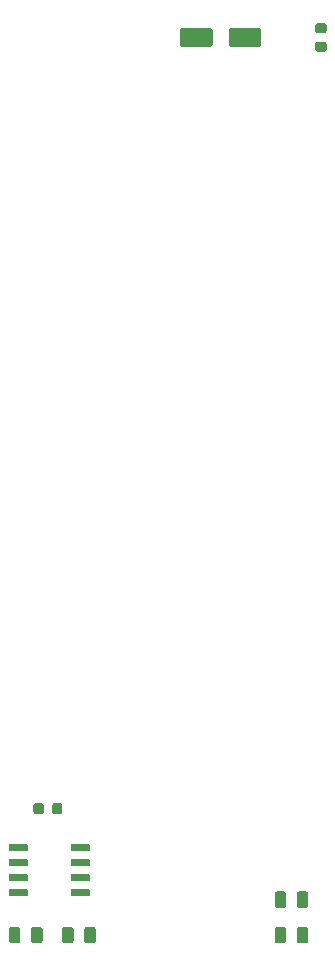
<source format=gbr>
G04 #@! TF.GenerationSoftware,KiCad,Pcbnew,(5.1.5-0-10_14)*
G04 #@! TF.CreationDate,2020-05-09T18:14:48-06:00*
G04 #@! TF.ProjectId,business-card-v3-programmer-board-pcb,62757369-6e65-4737-932d-636172642d76,rev?*
G04 #@! TF.SameCoordinates,Original*
G04 #@! TF.FileFunction,Paste,Top*
G04 #@! TF.FilePolarity,Positive*
%FSLAX46Y46*%
G04 Gerber Fmt 4.6, Leading zero omitted, Abs format (unit mm)*
G04 Created by KiCad (PCBNEW (5.1.5-0-10_14)) date 2020-05-09 18:14:48*
%MOMM*%
%LPD*%
G04 APERTURE LIST*
%ADD10C,0.100000*%
G04 APERTURE END LIST*
D10*
G36*
X134834691Y-145830053D02*
G01*
X134855926Y-145833203D01*
X134876750Y-145838419D01*
X134896962Y-145845651D01*
X134916368Y-145854830D01*
X134934781Y-145865866D01*
X134952024Y-145878654D01*
X134967930Y-145893070D01*
X134982346Y-145908976D01*
X134995134Y-145926219D01*
X135006170Y-145944632D01*
X135015349Y-145964038D01*
X135022581Y-145984250D01*
X135027797Y-146005074D01*
X135030947Y-146026309D01*
X135032000Y-146047750D01*
X135032000Y-146560250D01*
X135030947Y-146581691D01*
X135027797Y-146602926D01*
X135022581Y-146623750D01*
X135015349Y-146643962D01*
X135006170Y-146663368D01*
X134995134Y-146681781D01*
X134982346Y-146699024D01*
X134967930Y-146714930D01*
X134952024Y-146729346D01*
X134934781Y-146742134D01*
X134916368Y-146753170D01*
X134896962Y-146762349D01*
X134876750Y-146769581D01*
X134855926Y-146774797D01*
X134834691Y-146777947D01*
X134813250Y-146779000D01*
X134375750Y-146779000D01*
X134354309Y-146777947D01*
X134333074Y-146774797D01*
X134312250Y-146769581D01*
X134292038Y-146762349D01*
X134272632Y-146753170D01*
X134254219Y-146742134D01*
X134236976Y-146729346D01*
X134221070Y-146714930D01*
X134206654Y-146699024D01*
X134193866Y-146681781D01*
X134182830Y-146663368D01*
X134173651Y-146643962D01*
X134166419Y-146623750D01*
X134161203Y-146602926D01*
X134158053Y-146581691D01*
X134157000Y-146560250D01*
X134157000Y-146047750D01*
X134158053Y-146026309D01*
X134161203Y-146005074D01*
X134166419Y-145984250D01*
X134173651Y-145964038D01*
X134182830Y-145944632D01*
X134193866Y-145926219D01*
X134206654Y-145908976D01*
X134221070Y-145893070D01*
X134236976Y-145878654D01*
X134254219Y-145865866D01*
X134272632Y-145854830D01*
X134292038Y-145845651D01*
X134312250Y-145838419D01*
X134333074Y-145833203D01*
X134354309Y-145830053D01*
X134375750Y-145829000D01*
X134813250Y-145829000D01*
X134834691Y-145830053D01*
G37*
G36*
X136409691Y-145830053D02*
G01*
X136430926Y-145833203D01*
X136451750Y-145838419D01*
X136471962Y-145845651D01*
X136491368Y-145854830D01*
X136509781Y-145865866D01*
X136527024Y-145878654D01*
X136542930Y-145893070D01*
X136557346Y-145908976D01*
X136570134Y-145926219D01*
X136581170Y-145944632D01*
X136590349Y-145964038D01*
X136597581Y-145984250D01*
X136602797Y-146005074D01*
X136605947Y-146026309D01*
X136607000Y-146047750D01*
X136607000Y-146560250D01*
X136605947Y-146581691D01*
X136602797Y-146602926D01*
X136597581Y-146623750D01*
X136590349Y-146643962D01*
X136581170Y-146663368D01*
X136570134Y-146681781D01*
X136557346Y-146699024D01*
X136542930Y-146714930D01*
X136527024Y-146729346D01*
X136509781Y-146742134D01*
X136491368Y-146753170D01*
X136471962Y-146762349D01*
X136451750Y-146769581D01*
X136430926Y-146774797D01*
X136409691Y-146777947D01*
X136388250Y-146779000D01*
X135950750Y-146779000D01*
X135929309Y-146777947D01*
X135908074Y-146774797D01*
X135887250Y-146769581D01*
X135867038Y-146762349D01*
X135847632Y-146753170D01*
X135829219Y-146742134D01*
X135811976Y-146729346D01*
X135796070Y-146714930D01*
X135781654Y-146699024D01*
X135768866Y-146681781D01*
X135757830Y-146663368D01*
X135748651Y-146643962D01*
X135741419Y-146623750D01*
X135736203Y-146602926D01*
X135733053Y-146581691D01*
X135732000Y-146560250D01*
X135732000Y-146047750D01*
X135733053Y-146026309D01*
X135736203Y-146005074D01*
X135741419Y-145984250D01*
X135748651Y-145964038D01*
X135757830Y-145944632D01*
X135768866Y-145926219D01*
X135781654Y-145908976D01*
X135796070Y-145893070D01*
X135811976Y-145878654D01*
X135829219Y-145865866D01*
X135847632Y-145854830D01*
X135867038Y-145845651D01*
X135887250Y-145838419D01*
X135908074Y-145833203D01*
X135929309Y-145830053D01*
X135950750Y-145829000D01*
X136388250Y-145829000D01*
X136409691Y-145830053D01*
G37*
G36*
X155330142Y-153301174D02*
G01*
X155353803Y-153304684D01*
X155377007Y-153310496D01*
X155399529Y-153318554D01*
X155421153Y-153328782D01*
X155441670Y-153341079D01*
X155460883Y-153355329D01*
X155478607Y-153371393D01*
X155494671Y-153389117D01*
X155508921Y-153408330D01*
X155521218Y-153428847D01*
X155531446Y-153450471D01*
X155539504Y-153472993D01*
X155545316Y-153496197D01*
X155548826Y-153519858D01*
X155550000Y-153543750D01*
X155550000Y-154456250D01*
X155548826Y-154480142D01*
X155545316Y-154503803D01*
X155539504Y-154527007D01*
X155531446Y-154549529D01*
X155521218Y-154571153D01*
X155508921Y-154591670D01*
X155494671Y-154610883D01*
X155478607Y-154628607D01*
X155460883Y-154644671D01*
X155441670Y-154658921D01*
X155421153Y-154671218D01*
X155399529Y-154681446D01*
X155377007Y-154689504D01*
X155353803Y-154695316D01*
X155330142Y-154698826D01*
X155306250Y-154700000D01*
X154818750Y-154700000D01*
X154794858Y-154698826D01*
X154771197Y-154695316D01*
X154747993Y-154689504D01*
X154725471Y-154681446D01*
X154703847Y-154671218D01*
X154683330Y-154658921D01*
X154664117Y-154644671D01*
X154646393Y-154628607D01*
X154630329Y-154610883D01*
X154616079Y-154591670D01*
X154603782Y-154571153D01*
X154593554Y-154549529D01*
X154585496Y-154527007D01*
X154579684Y-154503803D01*
X154576174Y-154480142D01*
X154575000Y-154456250D01*
X154575000Y-153543750D01*
X154576174Y-153519858D01*
X154579684Y-153496197D01*
X154585496Y-153472993D01*
X154593554Y-153450471D01*
X154603782Y-153428847D01*
X154616079Y-153408330D01*
X154630329Y-153389117D01*
X154646393Y-153371393D01*
X154664117Y-153355329D01*
X154683330Y-153341079D01*
X154703847Y-153328782D01*
X154725471Y-153318554D01*
X154747993Y-153310496D01*
X154771197Y-153304684D01*
X154794858Y-153301174D01*
X154818750Y-153300000D01*
X155306250Y-153300000D01*
X155330142Y-153301174D01*
G37*
G36*
X157205142Y-153301174D02*
G01*
X157228803Y-153304684D01*
X157252007Y-153310496D01*
X157274529Y-153318554D01*
X157296153Y-153328782D01*
X157316670Y-153341079D01*
X157335883Y-153355329D01*
X157353607Y-153371393D01*
X157369671Y-153389117D01*
X157383921Y-153408330D01*
X157396218Y-153428847D01*
X157406446Y-153450471D01*
X157414504Y-153472993D01*
X157420316Y-153496197D01*
X157423826Y-153519858D01*
X157425000Y-153543750D01*
X157425000Y-154456250D01*
X157423826Y-154480142D01*
X157420316Y-154503803D01*
X157414504Y-154527007D01*
X157406446Y-154549529D01*
X157396218Y-154571153D01*
X157383921Y-154591670D01*
X157369671Y-154610883D01*
X157353607Y-154628607D01*
X157335883Y-154644671D01*
X157316670Y-154658921D01*
X157296153Y-154671218D01*
X157274529Y-154681446D01*
X157252007Y-154689504D01*
X157228803Y-154695316D01*
X157205142Y-154698826D01*
X157181250Y-154700000D01*
X156693750Y-154700000D01*
X156669858Y-154698826D01*
X156646197Y-154695316D01*
X156622993Y-154689504D01*
X156600471Y-154681446D01*
X156578847Y-154671218D01*
X156558330Y-154658921D01*
X156539117Y-154644671D01*
X156521393Y-154628607D01*
X156505329Y-154610883D01*
X156491079Y-154591670D01*
X156478782Y-154571153D01*
X156468554Y-154549529D01*
X156460496Y-154527007D01*
X156454684Y-154503803D01*
X156451174Y-154480142D01*
X156450000Y-154456250D01*
X156450000Y-153543750D01*
X156451174Y-153519858D01*
X156454684Y-153496197D01*
X156460496Y-153472993D01*
X156468554Y-153450471D01*
X156478782Y-153428847D01*
X156491079Y-153408330D01*
X156505329Y-153389117D01*
X156521393Y-153371393D01*
X156539117Y-153355329D01*
X156558330Y-153341079D01*
X156578847Y-153328782D01*
X156600471Y-153318554D01*
X156622993Y-153310496D01*
X156646197Y-153304684D01*
X156669858Y-153301174D01*
X156693750Y-153300000D01*
X157181250Y-153300000D01*
X157205142Y-153301174D01*
G37*
G36*
X157205142Y-156301174D02*
G01*
X157228803Y-156304684D01*
X157252007Y-156310496D01*
X157274529Y-156318554D01*
X157296153Y-156328782D01*
X157316670Y-156341079D01*
X157335883Y-156355329D01*
X157353607Y-156371393D01*
X157369671Y-156389117D01*
X157383921Y-156408330D01*
X157396218Y-156428847D01*
X157406446Y-156450471D01*
X157414504Y-156472993D01*
X157420316Y-156496197D01*
X157423826Y-156519858D01*
X157425000Y-156543750D01*
X157425000Y-157456250D01*
X157423826Y-157480142D01*
X157420316Y-157503803D01*
X157414504Y-157527007D01*
X157406446Y-157549529D01*
X157396218Y-157571153D01*
X157383921Y-157591670D01*
X157369671Y-157610883D01*
X157353607Y-157628607D01*
X157335883Y-157644671D01*
X157316670Y-157658921D01*
X157296153Y-157671218D01*
X157274529Y-157681446D01*
X157252007Y-157689504D01*
X157228803Y-157695316D01*
X157205142Y-157698826D01*
X157181250Y-157700000D01*
X156693750Y-157700000D01*
X156669858Y-157698826D01*
X156646197Y-157695316D01*
X156622993Y-157689504D01*
X156600471Y-157681446D01*
X156578847Y-157671218D01*
X156558330Y-157658921D01*
X156539117Y-157644671D01*
X156521393Y-157628607D01*
X156505329Y-157610883D01*
X156491079Y-157591670D01*
X156478782Y-157571153D01*
X156468554Y-157549529D01*
X156460496Y-157527007D01*
X156454684Y-157503803D01*
X156451174Y-157480142D01*
X156450000Y-157456250D01*
X156450000Y-156543750D01*
X156451174Y-156519858D01*
X156454684Y-156496197D01*
X156460496Y-156472993D01*
X156468554Y-156450471D01*
X156478782Y-156428847D01*
X156491079Y-156408330D01*
X156505329Y-156389117D01*
X156521393Y-156371393D01*
X156539117Y-156355329D01*
X156558330Y-156341079D01*
X156578847Y-156328782D01*
X156600471Y-156318554D01*
X156622993Y-156310496D01*
X156646197Y-156304684D01*
X156669858Y-156301174D01*
X156693750Y-156300000D01*
X157181250Y-156300000D01*
X157205142Y-156301174D01*
G37*
G36*
X155330142Y-156301174D02*
G01*
X155353803Y-156304684D01*
X155377007Y-156310496D01*
X155399529Y-156318554D01*
X155421153Y-156328782D01*
X155441670Y-156341079D01*
X155460883Y-156355329D01*
X155478607Y-156371393D01*
X155494671Y-156389117D01*
X155508921Y-156408330D01*
X155521218Y-156428847D01*
X155531446Y-156450471D01*
X155539504Y-156472993D01*
X155545316Y-156496197D01*
X155548826Y-156519858D01*
X155550000Y-156543750D01*
X155550000Y-157456250D01*
X155548826Y-157480142D01*
X155545316Y-157503803D01*
X155539504Y-157527007D01*
X155531446Y-157549529D01*
X155521218Y-157571153D01*
X155508921Y-157591670D01*
X155494671Y-157610883D01*
X155478607Y-157628607D01*
X155460883Y-157644671D01*
X155441670Y-157658921D01*
X155421153Y-157671218D01*
X155399529Y-157681446D01*
X155377007Y-157689504D01*
X155353803Y-157695316D01*
X155330142Y-157698826D01*
X155306250Y-157700000D01*
X154818750Y-157700000D01*
X154794858Y-157698826D01*
X154771197Y-157695316D01*
X154747993Y-157689504D01*
X154725471Y-157681446D01*
X154703847Y-157671218D01*
X154683330Y-157658921D01*
X154664117Y-157644671D01*
X154646393Y-157628607D01*
X154630329Y-157610883D01*
X154616079Y-157591670D01*
X154603782Y-157571153D01*
X154593554Y-157549529D01*
X154585496Y-157527007D01*
X154579684Y-157503803D01*
X154576174Y-157480142D01*
X154575000Y-157456250D01*
X154575000Y-156543750D01*
X154576174Y-156519858D01*
X154579684Y-156496197D01*
X154585496Y-156472993D01*
X154593554Y-156450471D01*
X154603782Y-156428847D01*
X154616079Y-156408330D01*
X154630329Y-156389117D01*
X154646393Y-156371393D01*
X154664117Y-156355329D01*
X154683330Y-156341079D01*
X154703847Y-156328782D01*
X154725471Y-156318554D01*
X154747993Y-156310496D01*
X154771197Y-156304684D01*
X154794858Y-156301174D01*
X154818750Y-156300000D01*
X155306250Y-156300000D01*
X155330142Y-156301174D01*
G37*
G36*
X138814703Y-149295722D02*
G01*
X138829264Y-149297882D01*
X138843543Y-149301459D01*
X138857403Y-149306418D01*
X138870710Y-149312712D01*
X138883336Y-149320280D01*
X138895159Y-149329048D01*
X138906066Y-149338934D01*
X138915952Y-149349841D01*
X138924720Y-149361664D01*
X138932288Y-149374290D01*
X138938582Y-149387597D01*
X138943541Y-149401457D01*
X138947118Y-149415736D01*
X138949278Y-149430297D01*
X138950000Y-149445000D01*
X138950000Y-149745000D01*
X138949278Y-149759703D01*
X138947118Y-149774264D01*
X138943541Y-149788543D01*
X138938582Y-149802403D01*
X138932288Y-149815710D01*
X138924720Y-149828336D01*
X138915952Y-149840159D01*
X138906066Y-149851066D01*
X138895159Y-149860952D01*
X138883336Y-149869720D01*
X138870710Y-149877288D01*
X138857403Y-149883582D01*
X138843543Y-149888541D01*
X138829264Y-149892118D01*
X138814703Y-149894278D01*
X138800000Y-149895000D01*
X137450000Y-149895000D01*
X137435297Y-149894278D01*
X137420736Y-149892118D01*
X137406457Y-149888541D01*
X137392597Y-149883582D01*
X137379290Y-149877288D01*
X137366664Y-149869720D01*
X137354841Y-149860952D01*
X137343934Y-149851066D01*
X137334048Y-149840159D01*
X137325280Y-149828336D01*
X137317712Y-149815710D01*
X137311418Y-149802403D01*
X137306459Y-149788543D01*
X137302882Y-149774264D01*
X137300722Y-149759703D01*
X137300000Y-149745000D01*
X137300000Y-149445000D01*
X137300722Y-149430297D01*
X137302882Y-149415736D01*
X137306459Y-149401457D01*
X137311418Y-149387597D01*
X137317712Y-149374290D01*
X137325280Y-149361664D01*
X137334048Y-149349841D01*
X137343934Y-149338934D01*
X137354841Y-149329048D01*
X137366664Y-149320280D01*
X137379290Y-149312712D01*
X137392597Y-149306418D01*
X137406457Y-149301459D01*
X137420736Y-149297882D01*
X137435297Y-149295722D01*
X137450000Y-149295000D01*
X138800000Y-149295000D01*
X138814703Y-149295722D01*
G37*
G36*
X138814703Y-150565722D02*
G01*
X138829264Y-150567882D01*
X138843543Y-150571459D01*
X138857403Y-150576418D01*
X138870710Y-150582712D01*
X138883336Y-150590280D01*
X138895159Y-150599048D01*
X138906066Y-150608934D01*
X138915952Y-150619841D01*
X138924720Y-150631664D01*
X138932288Y-150644290D01*
X138938582Y-150657597D01*
X138943541Y-150671457D01*
X138947118Y-150685736D01*
X138949278Y-150700297D01*
X138950000Y-150715000D01*
X138950000Y-151015000D01*
X138949278Y-151029703D01*
X138947118Y-151044264D01*
X138943541Y-151058543D01*
X138938582Y-151072403D01*
X138932288Y-151085710D01*
X138924720Y-151098336D01*
X138915952Y-151110159D01*
X138906066Y-151121066D01*
X138895159Y-151130952D01*
X138883336Y-151139720D01*
X138870710Y-151147288D01*
X138857403Y-151153582D01*
X138843543Y-151158541D01*
X138829264Y-151162118D01*
X138814703Y-151164278D01*
X138800000Y-151165000D01*
X137450000Y-151165000D01*
X137435297Y-151164278D01*
X137420736Y-151162118D01*
X137406457Y-151158541D01*
X137392597Y-151153582D01*
X137379290Y-151147288D01*
X137366664Y-151139720D01*
X137354841Y-151130952D01*
X137343934Y-151121066D01*
X137334048Y-151110159D01*
X137325280Y-151098336D01*
X137317712Y-151085710D01*
X137311418Y-151072403D01*
X137306459Y-151058543D01*
X137302882Y-151044264D01*
X137300722Y-151029703D01*
X137300000Y-151015000D01*
X137300000Y-150715000D01*
X137300722Y-150700297D01*
X137302882Y-150685736D01*
X137306459Y-150671457D01*
X137311418Y-150657597D01*
X137317712Y-150644290D01*
X137325280Y-150631664D01*
X137334048Y-150619841D01*
X137343934Y-150608934D01*
X137354841Y-150599048D01*
X137366664Y-150590280D01*
X137379290Y-150582712D01*
X137392597Y-150576418D01*
X137406457Y-150571459D01*
X137420736Y-150567882D01*
X137435297Y-150565722D01*
X137450000Y-150565000D01*
X138800000Y-150565000D01*
X138814703Y-150565722D01*
G37*
G36*
X138814703Y-151835722D02*
G01*
X138829264Y-151837882D01*
X138843543Y-151841459D01*
X138857403Y-151846418D01*
X138870710Y-151852712D01*
X138883336Y-151860280D01*
X138895159Y-151869048D01*
X138906066Y-151878934D01*
X138915952Y-151889841D01*
X138924720Y-151901664D01*
X138932288Y-151914290D01*
X138938582Y-151927597D01*
X138943541Y-151941457D01*
X138947118Y-151955736D01*
X138949278Y-151970297D01*
X138950000Y-151985000D01*
X138950000Y-152285000D01*
X138949278Y-152299703D01*
X138947118Y-152314264D01*
X138943541Y-152328543D01*
X138938582Y-152342403D01*
X138932288Y-152355710D01*
X138924720Y-152368336D01*
X138915952Y-152380159D01*
X138906066Y-152391066D01*
X138895159Y-152400952D01*
X138883336Y-152409720D01*
X138870710Y-152417288D01*
X138857403Y-152423582D01*
X138843543Y-152428541D01*
X138829264Y-152432118D01*
X138814703Y-152434278D01*
X138800000Y-152435000D01*
X137450000Y-152435000D01*
X137435297Y-152434278D01*
X137420736Y-152432118D01*
X137406457Y-152428541D01*
X137392597Y-152423582D01*
X137379290Y-152417288D01*
X137366664Y-152409720D01*
X137354841Y-152400952D01*
X137343934Y-152391066D01*
X137334048Y-152380159D01*
X137325280Y-152368336D01*
X137317712Y-152355710D01*
X137311418Y-152342403D01*
X137306459Y-152328543D01*
X137302882Y-152314264D01*
X137300722Y-152299703D01*
X137300000Y-152285000D01*
X137300000Y-151985000D01*
X137300722Y-151970297D01*
X137302882Y-151955736D01*
X137306459Y-151941457D01*
X137311418Y-151927597D01*
X137317712Y-151914290D01*
X137325280Y-151901664D01*
X137334048Y-151889841D01*
X137343934Y-151878934D01*
X137354841Y-151869048D01*
X137366664Y-151860280D01*
X137379290Y-151852712D01*
X137392597Y-151846418D01*
X137406457Y-151841459D01*
X137420736Y-151837882D01*
X137435297Y-151835722D01*
X137450000Y-151835000D01*
X138800000Y-151835000D01*
X138814703Y-151835722D01*
G37*
G36*
X138814703Y-153105722D02*
G01*
X138829264Y-153107882D01*
X138843543Y-153111459D01*
X138857403Y-153116418D01*
X138870710Y-153122712D01*
X138883336Y-153130280D01*
X138895159Y-153139048D01*
X138906066Y-153148934D01*
X138915952Y-153159841D01*
X138924720Y-153171664D01*
X138932288Y-153184290D01*
X138938582Y-153197597D01*
X138943541Y-153211457D01*
X138947118Y-153225736D01*
X138949278Y-153240297D01*
X138950000Y-153255000D01*
X138950000Y-153555000D01*
X138949278Y-153569703D01*
X138947118Y-153584264D01*
X138943541Y-153598543D01*
X138938582Y-153612403D01*
X138932288Y-153625710D01*
X138924720Y-153638336D01*
X138915952Y-153650159D01*
X138906066Y-153661066D01*
X138895159Y-153670952D01*
X138883336Y-153679720D01*
X138870710Y-153687288D01*
X138857403Y-153693582D01*
X138843543Y-153698541D01*
X138829264Y-153702118D01*
X138814703Y-153704278D01*
X138800000Y-153705000D01*
X137450000Y-153705000D01*
X137435297Y-153704278D01*
X137420736Y-153702118D01*
X137406457Y-153698541D01*
X137392597Y-153693582D01*
X137379290Y-153687288D01*
X137366664Y-153679720D01*
X137354841Y-153670952D01*
X137343934Y-153661066D01*
X137334048Y-153650159D01*
X137325280Y-153638336D01*
X137317712Y-153625710D01*
X137311418Y-153612403D01*
X137306459Y-153598543D01*
X137302882Y-153584264D01*
X137300722Y-153569703D01*
X137300000Y-153555000D01*
X137300000Y-153255000D01*
X137300722Y-153240297D01*
X137302882Y-153225736D01*
X137306459Y-153211457D01*
X137311418Y-153197597D01*
X137317712Y-153184290D01*
X137325280Y-153171664D01*
X137334048Y-153159841D01*
X137343934Y-153148934D01*
X137354841Y-153139048D01*
X137366664Y-153130280D01*
X137379290Y-153122712D01*
X137392597Y-153116418D01*
X137406457Y-153111459D01*
X137420736Y-153107882D01*
X137435297Y-153105722D01*
X137450000Y-153105000D01*
X138800000Y-153105000D01*
X138814703Y-153105722D01*
G37*
G36*
X133564703Y-153105722D02*
G01*
X133579264Y-153107882D01*
X133593543Y-153111459D01*
X133607403Y-153116418D01*
X133620710Y-153122712D01*
X133633336Y-153130280D01*
X133645159Y-153139048D01*
X133656066Y-153148934D01*
X133665952Y-153159841D01*
X133674720Y-153171664D01*
X133682288Y-153184290D01*
X133688582Y-153197597D01*
X133693541Y-153211457D01*
X133697118Y-153225736D01*
X133699278Y-153240297D01*
X133700000Y-153255000D01*
X133700000Y-153555000D01*
X133699278Y-153569703D01*
X133697118Y-153584264D01*
X133693541Y-153598543D01*
X133688582Y-153612403D01*
X133682288Y-153625710D01*
X133674720Y-153638336D01*
X133665952Y-153650159D01*
X133656066Y-153661066D01*
X133645159Y-153670952D01*
X133633336Y-153679720D01*
X133620710Y-153687288D01*
X133607403Y-153693582D01*
X133593543Y-153698541D01*
X133579264Y-153702118D01*
X133564703Y-153704278D01*
X133550000Y-153705000D01*
X132200000Y-153705000D01*
X132185297Y-153704278D01*
X132170736Y-153702118D01*
X132156457Y-153698541D01*
X132142597Y-153693582D01*
X132129290Y-153687288D01*
X132116664Y-153679720D01*
X132104841Y-153670952D01*
X132093934Y-153661066D01*
X132084048Y-153650159D01*
X132075280Y-153638336D01*
X132067712Y-153625710D01*
X132061418Y-153612403D01*
X132056459Y-153598543D01*
X132052882Y-153584264D01*
X132050722Y-153569703D01*
X132050000Y-153555000D01*
X132050000Y-153255000D01*
X132050722Y-153240297D01*
X132052882Y-153225736D01*
X132056459Y-153211457D01*
X132061418Y-153197597D01*
X132067712Y-153184290D01*
X132075280Y-153171664D01*
X132084048Y-153159841D01*
X132093934Y-153148934D01*
X132104841Y-153139048D01*
X132116664Y-153130280D01*
X132129290Y-153122712D01*
X132142597Y-153116418D01*
X132156457Y-153111459D01*
X132170736Y-153107882D01*
X132185297Y-153105722D01*
X132200000Y-153105000D01*
X133550000Y-153105000D01*
X133564703Y-153105722D01*
G37*
G36*
X133564703Y-151835722D02*
G01*
X133579264Y-151837882D01*
X133593543Y-151841459D01*
X133607403Y-151846418D01*
X133620710Y-151852712D01*
X133633336Y-151860280D01*
X133645159Y-151869048D01*
X133656066Y-151878934D01*
X133665952Y-151889841D01*
X133674720Y-151901664D01*
X133682288Y-151914290D01*
X133688582Y-151927597D01*
X133693541Y-151941457D01*
X133697118Y-151955736D01*
X133699278Y-151970297D01*
X133700000Y-151985000D01*
X133700000Y-152285000D01*
X133699278Y-152299703D01*
X133697118Y-152314264D01*
X133693541Y-152328543D01*
X133688582Y-152342403D01*
X133682288Y-152355710D01*
X133674720Y-152368336D01*
X133665952Y-152380159D01*
X133656066Y-152391066D01*
X133645159Y-152400952D01*
X133633336Y-152409720D01*
X133620710Y-152417288D01*
X133607403Y-152423582D01*
X133593543Y-152428541D01*
X133579264Y-152432118D01*
X133564703Y-152434278D01*
X133550000Y-152435000D01*
X132200000Y-152435000D01*
X132185297Y-152434278D01*
X132170736Y-152432118D01*
X132156457Y-152428541D01*
X132142597Y-152423582D01*
X132129290Y-152417288D01*
X132116664Y-152409720D01*
X132104841Y-152400952D01*
X132093934Y-152391066D01*
X132084048Y-152380159D01*
X132075280Y-152368336D01*
X132067712Y-152355710D01*
X132061418Y-152342403D01*
X132056459Y-152328543D01*
X132052882Y-152314264D01*
X132050722Y-152299703D01*
X132050000Y-152285000D01*
X132050000Y-151985000D01*
X132050722Y-151970297D01*
X132052882Y-151955736D01*
X132056459Y-151941457D01*
X132061418Y-151927597D01*
X132067712Y-151914290D01*
X132075280Y-151901664D01*
X132084048Y-151889841D01*
X132093934Y-151878934D01*
X132104841Y-151869048D01*
X132116664Y-151860280D01*
X132129290Y-151852712D01*
X132142597Y-151846418D01*
X132156457Y-151841459D01*
X132170736Y-151837882D01*
X132185297Y-151835722D01*
X132200000Y-151835000D01*
X133550000Y-151835000D01*
X133564703Y-151835722D01*
G37*
G36*
X133564703Y-150565722D02*
G01*
X133579264Y-150567882D01*
X133593543Y-150571459D01*
X133607403Y-150576418D01*
X133620710Y-150582712D01*
X133633336Y-150590280D01*
X133645159Y-150599048D01*
X133656066Y-150608934D01*
X133665952Y-150619841D01*
X133674720Y-150631664D01*
X133682288Y-150644290D01*
X133688582Y-150657597D01*
X133693541Y-150671457D01*
X133697118Y-150685736D01*
X133699278Y-150700297D01*
X133700000Y-150715000D01*
X133700000Y-151015000D01*
X133699278Y-151029703D01*
X133697118Y-151044264D01*
X133693541Y-151058543D01*
X133688582Y-151072403D01*
X133682288Y-151085710D01*
X133674720Y-151098336D01*
X133665952Y-151110159D01*
X133656066Y-151121066D01*
X133645159Y-151130952D01*
X133633336Y-151139720D01*
X133620710Y-151147288D01*
X133607403Y-151153582D01*
X133593543Y-151158541D01*
X133579264Y-151162118D01*
X133564703Y-151164278D01*
X133550000Y-151165000D01*
X132200000Y-151165000D01*
X132185297Y-151164278D01*
X132170736Y-151162118D01*
X132156457Y-151158541D01*
X132142597Y-151153582D01*
X132129290Y-151147288D01*
X132116664Y-151139720D01*
X132104841Y-151130952D01*
X132093934Y-151121066D01*
X132084048Y-151110159D01*
X132075280Y-151098336D01*
X132067712Y-151085710D01*
X132061418Y-151072403D01*
X132056459Y-151058543D01*
X132052882Y-151044264D01*
X132050722Y-151029703D01*
X132050000Y-151015000D01*
X132050000Y-150715000D01*
X132050722Y-150700297D01*
X132052882Y-150685736D01*
X132056459Y-150671457D01*
X132061418Y-150657597D01*
X132067712Y-150644290D01*
X132075280Y-150631664D01*
X132084048Y-150619841D01*
X132093934Y-150608934D01*
X132104841Y-150599048D01*
X132116664Y-150590280D01*
X132129290Y-150582712D01*
X132142597Y-150576418D01*
X132156457Y-150571459D01*
X132170736Y-150567882D01*
X132185297Y-150565722D01*
X132200000Y-150565000D01*
X133550000Y-150565000D01*
X133564703Y-150565722D01*
G37*
G36*
X133564703Y-149295722D02*
G01*
X133579264Y-149297882D01*
X133593543Y-149301459D01*
X133607403Y-149306418D01*
X133620710Y-149312712D01*
X133633336Y-149320280D01*
X133645159Y-149329048D01*
X133656066Y-149338934D01*
X133665952Y-149349841D01*
X133674720Y-149361664D01*
X133682288Y-149374290D01*
X133688582Y-149387597D01*
X133693541Y-149401457D01*
X133697118Y-149415736D01*
X133699278Y-149430297D01*
X133700000Y-149445000D01*
X133700000Y-149745000D01*
X133699278Y-149759703D01*
X133697118Y-149774264D01*
X133693541Y-149788543D01*
X133688582Y-149802403D01*
X133682288Y-149815710D01*
X133674720Y-149828336D01*
X133665952Y-149840159D01*
X133656066Y-149851066D01*
X133645159Y-149860952D01*
X133633336Y-149869720D01*
X133620710Y-149877288D01*
X133607403Y-149883582D01*
X133593543Y-149888541D01*
X133579264Y-149892118D01*
X133564703Y-149894278D01*
X133550000Y-149895000D01*
X132200000Y-149895000D01*
X132185297Y-149894278D01*
X132170736Y-149892118D01*
X132156457Y-149888541D01*
X132142597Y-149883582D01*
X132129290Y-149877288D01*
X132116664Y-149869720D01*
X132104841Y-149860952D01*
X132093934Y-149851066D01*
X132084048Y-149840159D01*
X132075280Y-149828336D01*
X132067712Y-149815710D01*
X132061418Y-149802403D01*
X132056459Y-149788543D01*
X132052882Y-149774264D01*
X132050722Y-149759703D01*
X132050000Y-149745000D01*
X132050000Y-149445000D01*
X132050722Y-149430297D01*
X132052882Y-149415736D01*
X132056459Y-149401457D01*
X132061418Y-149387597D01*
X132067712Y-149374290D01*
X132075280Y-149361664D01*
X132084048Y-149349841D01*
X132093934Y-149338934D01*
X132104841Y-149329048D01*
X132116664Y-149320280D01*
X132129290Y-149312712D01*
X132142597Y-149306418D01*
X132156457Y-149301459D01*
X132170736Y-149297882D01*
X132185297Y-149295722D01*
X132200000Y-149295000D01*
X133550000Y-149295000D01*
X133564703Y-149295722D01*
G37*
G36*
X134705142Y-156301174D02*
G01*
X134728803Y-156304684D01*
X134752007Y-156310496D01*
X134774529Y-156318554D01*
X134796153Y-156328782D01*
X134816670Y-156341079D01*
X134835883Y-156355329D01*
X134853607Y-156371393D01*
X134869671Y-156389117D01*
X134883921Y-156408330D01*
X134896218Y-156428847D01*
X134906446Y-156450471D01*
X134914504Y-156472993D01*
X134920316Y-156496197D01*
X134923826Y-156519858D01*
X134925000Y-156543750D01*
X134925000Y-157456250D01*
X134923826Y-157480142D01*
X134920316Y-157503803D01*
X134914504Y-157527007D01*
X134906446Y-157549529D01*
X134896218Y-157571153D01*
X134883921Y-157591670D01*
X134869671Y-157610883D01*
X134853607Y-157628607D01*
X134835883Y-157644671D01*
X134816670Y-157658921D01*
X134796153Y-157671218D01*
X134774529Y-157681446D01*
X134752007Y-157689504D01*
X134728803Y-157695316D01*
X134705142Y-157698826D01*
X134681250Y-157700000D01*
X134193750Y-157700000D01*
X134169858Y-157698826D01*
X134146197Y-157695316D01*
X134122993Y-157689504D01*
X134100471Y-157681446D01*
X134078847Y-157671218D01*
X134058330Y-157658921D01*
X134039117Y-157644671D01*
X134021393Y-157628607D01*
X134005329Y-157610883D01*
X133991079Y-157591670D01*
X133978782Y-157571153D01*
X133968554Y-157549529D01*
X133960496Y-157527007D01*
X133954684Y-157503803D01*
X133951174Y-157480142D01*
X133950000Y-157456250D01*
X133950000Y-156543750D01*
X133951174Y-156519858D01*
X133954684Y-156496197D01*
X133960496Y-156472993D01*
X133968554Y-156450471D01*
X133978782Y-156428847D01*
X133991079Y-156408330D01*
X134005329Y-156389117D01*
X134021393Y-156371393D01*
X134039117Y-156355329D01*
X134058330Y-156341079D01*
X134078847Y-156328782D01*
X134100471Y-156318554D01*
X134122993Y-156310496D01*
X134146197Y-156304684D01*
X134169858Y-156301174D01*
X134193750Y-156300000D01*
X134681250Y-156300000D01*
X134705142Y-156301174D01*
G37*
G36*
X132830142Y-156301174D02*
G01*
X132853803Y-156304684D01*
X132877007Y-156310496D01*
X132899529Y-156318554D01*
X132921153Y-156328782D01*
X132941670Y-156341079D01*
X132960883Y-156355329D01*
X132978607Y-156371393D01*
X132994671Y-156389117D01*
X133008921Y-156408330D01*
X133021218Y-156428847D01*
X133031446Y-156450471D01*
X133039504Y-156472993D01*
X133045316Y-156496197D01*
X133048826Y-156519858D01*
X133050000Y-156543750D01*
X133050000Y-157456250D01*
X133048826Y-157480142D01*
X133045316Y-157503803D01*
X133039504Y-157527007D01*
X133031446Y-157549529D01*
X133021218Y-157571153D01*
X133008921Y-157591670D01*
X132994671Y-157610883D01*
X132978607Y-157628607D01*
X132960883Y-157644671D01*
X132941670Y-157658921D01*
X132921153Y-157671218D01*
X132899529Y-157681446D01*
X132877007Y-157689504D01*
X132853803Y-157695316D01*
X132830142Y-157698826D01*
X132806250Y-157700000D01*
X132318750Y-157700000D01*
X132294858Y-157698826D01*
X132271197Y-157695316D01*
X132247993Y-157689504D01*
X132225471Y-157681446D01*
X132203847Y-157671218D01*
X132183330Y-157658921D01*
X132164117Y-157644671D01*
X132146393Y-157628607D01*
X132130329Y-157610883D01*
X132116079Y-157591670D01*
X132103782Y-157571153D01*
X132093554Y-157549529D01*
X132085496Y-157527007D01*
X132079684Y-157503803D01*
X132076174Y-157480142D01*
X132075000Y-157456250D01*
X132075000Y-156543750D01*
X132076174Y-156519858D01*
X132079684Y-156496197D01*
X132085496Y-156472993D01*
X132093554Y-156450471D01*
X132103782Y-156428847D01*
X132116079Y-156408330D01*
X132130329Y-156389117D01*
X132146393Y-156371393D01*
X132164117Y-156355329D01*
X132183330Y-156341079D01*
X132203847Y-156328782D01*
X132225471Y-156318554D01*
X132247993Y-156310496D01*
X132271197Y-156304684D01*
X132294858Y-156301174D01*
X132318750Y-156300000D01*
X132806250Y-156300000D01*
X132830142Y-156301174D01*
G37*
G36*
X139205142Y-156301174D02*
G01*
X139228803Y-156304684D01*
X139252007Y-156310496D01*
X139274529Y-156318554D01*
X139296153Y-156328782D01*
X139316670Y-156341079D01*
X139335883Y-156355329D01*
X139353607Y-156371393D01*
X139369671Y-156389117D01*
X139383921Y-156408330D01*
X139396218Y-156428847D01*
X139406446Y-156450471D01*
X139414504Y-156472993D01*
X139420316Y-156496197D01*
X139423826Y-156519858D01*
X139425000Y-156543750D01*
X139425000Y-157456250D01*
X139423826Y-157480142D01*
X139420316Y-157503803D01*
X139414504Y-157527007D01*
X139406446Y-157549529D01*
X139396218Y-157571153D01*
X139383921Y-157591670D01*
X139369671Y-157610883D01*
X139353607Y-157628607D01*
X139335883Y-157644671D01*
X139316670Y-157658921D01*
X139296153Y-157671218D01*
X139274529Y-157681446D01*
X139252007Y-157689504D01*
X139228803Y-157695316D01*
X139205142Y-157698826D01*
X139181250Y-157700000D01*
X138693750Y-157700000D01*
X138669858Y-157698826D01*
X138646197Y-157695316D01*
X138622993Y-157689504D01*
X138600471Y-157681446D01*
X138578847Y-157671218D01*
X138558330Y-157658921D01*
X138539117Y-157644671D01*
X138521393Y-157628607D01*
X138505329Y-157610883D01*
X138491079Y-157591670D01*
X138478782Y-157571153D01*
X138468554Y-157549529D01*
X138460496Y-157527007D01*
X138454684Y-157503803D01*
X138451174Y-157480142D01*
X138450000Y-157456250D01*
X138450000Y-156543750D01*
X138451174Y-156519858D01*
X138454684Y-156496197D01*
X138460496Y-156472993D01*
X138468554Y-156450471D01*
X138478782Y-156428847D01*
X138491079Y-156408330D01*
X138505329Y-156389117D01*
X138521393Y-156371393D01*
X138539117Y-156355329D01*
X138558330Y-156341079D01*
X138578847Y-156328782D01*
X138600471Y-156318554D01*
X138622993Y-156310496D01*
X138646197Y-156304684D01*
X138669858Y-156301174D01*
X138693750Y-156300000D01*
X139181250Y-156300000D01*
X139205142Y-156301174D01*
G37*
G36*
X137330142Y-156301174D02*
G01*
X137353803Y-156304684D01*
X137377007Y-156310496D01*
X137399529Y-156318554D01*
X137421153Y-156328782D01*
X137441670Y-156341079D01*
X137460883Y-156355329D01*
X137478607Y-156371393D01*
X137494671Y-156389117D01*
X137508921Y-156408330D01*
X137521218Y-156428847D01*
X137531446Y-156450471D01*
X137539504Y-156472993D01*
X137545316Y-156496197D01*
X137548826Y-156519858D01*
X137550000Y-156543750D01*
X137550000Y-157456250D01*
X137548826Y-157480142D01*
X137545316Y-157503803D01*
X137539504Y-157527007D01*
X137531446Y-157549529D01*
X137521218Y-157571153D01*
X137508921Y-157591670D01*
X137494671Y-157610883D01*
X137478607Y-157628607D01*
X137460883Y-157644671D01*
X137441670Y-157658921D01*
X137421153Y-157671218D01*
X137399529Y-157681446D01*
X137377007Y-157689504D01*
X137353803Y-157695316D01*
X137330142Y-157698826D01*
X137306250Y-157700000D01*
X136818750Y-157700000D01*
X136794858Y-157698826D01*
X136771197Y-157695316D01*
X136747993Y-157689504D01*
X136725471Y-157681446D01*
X136703847Y-157671218D01*
X136683330Y-157658921D01*
X136664117Y-157644671D01*
X136646393Y-157628607D01*
X136630329Y-157610883D01*
X136616079Y-157591670D01*
X136603782Y-157571153D01*
X136593554Y-157549529D01*
X136585496Y-157527007D01*
X136579684Y-157503803D01*
X136576174Y-157480142D01*
X136575000Y-157456250D01*
X136575000Y-156543750D01*
X136576174Y-156519858D01*
X136579684Y-156496197D01*
X136585496Y-156472993D01*
X136593554Y-156450471D01*
X136603782Y-156428847D01*
X136616079Y-156408330D01*
X136630329Y-156389117D01*
X136646393Y-156371393D01*
X136664117Y-156355329D01*
X136683330Y-156341079D01*
X136703847Y-156328782D01*
X136725471Y-156318554D01*
X136747993Y-156310496D01*
X136771197Y-156304684D01*
X136794858Y-156301174D01*
X136818750Y-156300000D01*
X137306250Y-156300000D01*
X137330142Y-156301174D01*
G37*
G36*
X158777691Y-81351053D02*
G01*
X158798926Y-81354203D01*
X158819750Y-81359419D01*
X158839962Y-81366651D01*
X158859368Y-81375830D01*
X158877781Y-81386866D01*
X158895024Y-81399654D01*
X158910930Y-81414070D01*
X158925346Y-81429976D01*
X158938134Y-81447219D01*
X158949170Y-81465632D01*
X158958349Y-81485038D01*
X158965581Y-81505250D01*
X158970797Y-81526074D01*
X158973947Y-81547309D01*
X158975000Y-81568750D01*
X158975000Y-82006250D01*
X158973947Y-82027691D01*
X158970797Y-82048926D01*
X158965581Y-82069750D01*
X158958349Y-82089962D01*
X158949170Y-82109368D01*
X158938134Y-82127781D01*
X158925346Y-82145024D01*
X158910930Y-82160930D01*
X158895024Y-82175346D01*
X158877781Y-82188134D01*
X158859368Y-82199170D01*
X158839962Y-82208349D01*
X158819750Y-82215581D01*
X158798926Y-82220797D01*
X158777691Y-82223947D01*
X158756250Y-82225000D01*
X158243750Y-82225000D01*
X158222309Y-82223947D01*
X158201074Y-82220797D01*
X158180250Y-82215581D01*
X158160038Y-82208349D01*
X158140632Y-82199170D01*
X158122219Y-82188134D01*
X158104976Y-82175346D01*
X158089070Y-82160930D01*
X158074654Y-82145024D01*
X158061866Y-82127781D01*
X158050830Y-82109368D01*
X158041651Y-82089962D01*
X158034419Y-82069750D01*
X158029203Y-82048926D01*
X158026053Y-82027691D01*
X158025000Y-82006250D01*
X158025000Y-81568750D01*
X158026053Y-81547309D01*
X158029203Y-81526074D01*
X158034419Y-81505250D01*
X158041651Y-81485038D01*
X158050830Y-81465632D01*
X158061866Y-81447219D01*
X158074654Y-81429976D01*
X158089070Y-81414070D01*
X158104976Y-81399654D01*
X158122219Y-81386866D01*
X158140632Y-81375830D01*
X158160038Y-81366651D01*
X158180250Y-81359419D01*
X158201074Y-81354203D01*
X158222309Y-81351053D01*
X158243750Y-81350000D01*
X158756250Y-81350000D01*
X158777691Y-81351053D01*
G37*
G36*
X158777691Y-79776053D02*
G01*
X158798926Y-79779203D01*
X158819750Y-79784419D01*
X158839962Y-79791651D01*
X158859368Y-79800830D01*
X158877781Y-79811866D01*
X158895024Y-79824654D01*
X158910930Y-79839070D01*
X158925346Y-79854976D01*
X158938134Y-79872219D01*
X158949170Y-79890632D01*
X158958349Y-79910038D01*
X158965581Y-79930250D01*
X158970797Y-79951074D01*
X158973947Y-79972309D01*
X158975000Y-79993750D01*
X158975000Y-80431250D01*
X158973947Y-80452691D01*
X158970797Y-80473926D01*
X158965581Y-80494750D01*
X158958349Y-80514962D01*
X158949170Y-80534368D01*
X158938134Y-80552781D01*
X158925346Y-80570024D01*
X158910930Y-80585930D01*
X158895024Y-80600346D01*
X158877781Y-80613134D01*
X158859368Y-80624170D01*
X158839962Y-80633349D01*
X158819750Y-80640581D01*
X158798926Y-80645797D01*
X158777691Y-80648947D01*
X158756250Y-80650000D01*
X158243750Y-80650000D01*
X158222309Y-80648947D01*
X158201074Y-80645797D01*
X158180250Y-80640581D01*
X158160038Y-80633349D01*
X158140632Y-80624170D01*
X158122219Y-80613134D01*
X158104976Y-80600346D01*
X158089070Y-80585930D01*
X158074654Y-80570024D01*
X158061866Y-80552781D01*
X158050830Y-80534368D01*
X158041651Y-80514962D01*
X158034419Y-80494750D01*
X158029203Y-80473926D01*
X158026053Y-80452691D01*
X158025000Y-80431250D01*
X158025000Y-79993750D01*
X158026053Y-79972309D01*
X158029203Y-79951074D01*
X158034419Y-79930250D01*
X158041651Y-79910038D01*
X158050830Y-79890632D01*
X158061866Y-79872219D01*
X158074654Y-79854976D01*
X158089070Y-79839070D01*
X158104976Y-79824654D01*
X158122219Y-79811866D01*
X158140632Y-79800830D01*
X158160038Y-79791651D01*
X158180250Y-79784419D01*
X158201074Y-79779203D01*
X158222309Y-79776053D01*
X158243750Y-79775000D01*
X158756250Y-79775000D01*
X158777691Y-79776053D01*
G37*
G36*
X153224504Y-80201204D02*
G01*
X153248773Y-80204804D01*
X153272571Y-80210765D01*
X153295671Y-80219030D01*
X153317849Y-80229520D01*
X153338893Y-80242133D01*
X153358598Y-80256747D01*
X153376777Y-80273223D01*
X153393253Y-80291402D01*
X153407867Y-80311107D01*
X153420480Y-80332151D01*
X153430970Y-80354329D01*
X153439235Y-80377429D01*
X153445196Y-80401227D01*
X153448796Y-80425496D01*
X153450000Y-80450000D01*
X153450000Y-81550000D01*
X153448796Y-81574504D01*
X153445196Y-81598773D01*
X153439235Y-81622571D01*
X153430970Y-81645671D01*
X153420480Y-81667849D01*
X153407867Y-81688893D01*
X153393253Y-81708598D01*
X153376777Y-81726777D01*
X153358598Y-81743253D01*
X153338893Y-81757867D01*
X153317849Y-81770480D01*
X153295671Y-81780970D01*
X153272571Y-81789235D01*
X153248773Y-81795196D01*
X153224504Y-81798796D01*
X153200000Y-81800000D01*
X150925000Y-81800000D01*
X150900496Y-81798796D01*
X150876227Y-81795196D01*
X150852429Y-81789235D01*
X150829329Y-81780970D01*
X150807151Y-81770480D01*
X150786107Y-81757867D01*
X150766402Y-81743253D01*
X150748223Y-81726777D01*
X150731747Y-81708598D01*
X150717133Y-81688893D01*
X150704520Y-81667849D01*
X150694030Y-81645671D01*
X150685765Y-81622571D01*
X150679804Y-81598773D01*
X150676204Y-81574504D01*
X150675000Y-81550000D01*
X150675000Y-80450000D01*
X150676204Y-80425496D01*
X150679804Y-80401227D01*
X150685765Y-80377429D01*
X150694030Y-80354329D01*
X150704520Y-80332151D01*
X150717133Y-80311107D01*
X150731747Y-80291402D01*
X150748223Y-80273223D01*
X150766402Y-80256747D01*
X150786107Y-80242133D01*
X150807151Y-80229520D01*
X150829329Y-80219030D01*
X150852429Y-80210765D01*
X150876227Y-80204804D01*
X150900496Y-80201204D01*
X150925000Y-80200000D01*
X153200000Y-80200000D01*
X153224504Y-80201204D01*
G37*
G36*
X149099504Y-80201204D02*
G01*
X149123773Y-80204804D01*
X149147571Y-80210765D01*
X149170671Y-80219030D01*
X149192849Y-80229520D01*
X149213893Y-80242133D01*
X149233598Y-80256747D01*
X149251777Y-80273223D01*
X149268253Y-80291402D01*
X149282867Y-80311107D01*
X149295480Y-80332151D01*
X149305970Y-80354329D01*
X149314235Y-80377429D01*
X149320196Y-80401227D01*
X149323796Y-80425496D01*
X149325000Y-80450000D01*
X149325000Y-81550000D01*
X149323796Y-81574504D01*
X149320196Y-81598773D01*
X149314235Y-81622571D01*
X149305970Y-81645671D01*
X149295480Y-81667849D01*
X149282867Y-81688893D01*
X149268253Y-81708598D01*
X149251777Y-81726777D01*
X149233598Y-81743253D01*
X149213893Y-81757867D01*
X149192849Y-81770480D01*
X149170671Y-81780970D01*
X149147571Y-81789235D01*
X149123773Y-81795196D01*
X149099504Y-81798796D01*
X149075000Y-81800000D01*
X146800000Y-81800000D01*
X146775496Y-81798796D01*
X146751227Y-81795196D01*
X146727429Y-81789235D01*
X146704329Y-81780970D01*
X146682151Y-81770480D01*
X146661107Y-81757867D01*
X146641402Y-81743253D01*
X146623223Y-81726777D01*
X146606747Y-81708598D01*
X146592133Y-81688893D01*
X146579520Y-81667849D01*
X146569030Y-81645671D01*
X146560765Y-81622571D01*
X146554804Y-81598773D01*
X146551204Y-81574504D01*
X146550000Y-81550000D01*
X146550000Y-80450000D01*
X146551204Y-80425496D01*
X146554804Y-80401227D01*
X146560765Y-80377429D01*
X146569030Y-80354329D01*
X146579520Y-80332151D01*
X146592133Y-80311107D01*
X146606747Y-80291402D01*
X146623223Y-80273223D01*
X146641402Y-80256747D01*
X146661107Y-80242133D01*
X146682151Y-80229520D01*
X146704329Y-80219030D01*
X146727429Y-80210765D01*
X146751227Y-80204804D01*
X146775496Y-80201204D01*
X146800000Y-80200000D01*
X149075000Y-80200000D01*
X149099504Y-80201204D01*
G37*
M02*

</source>
